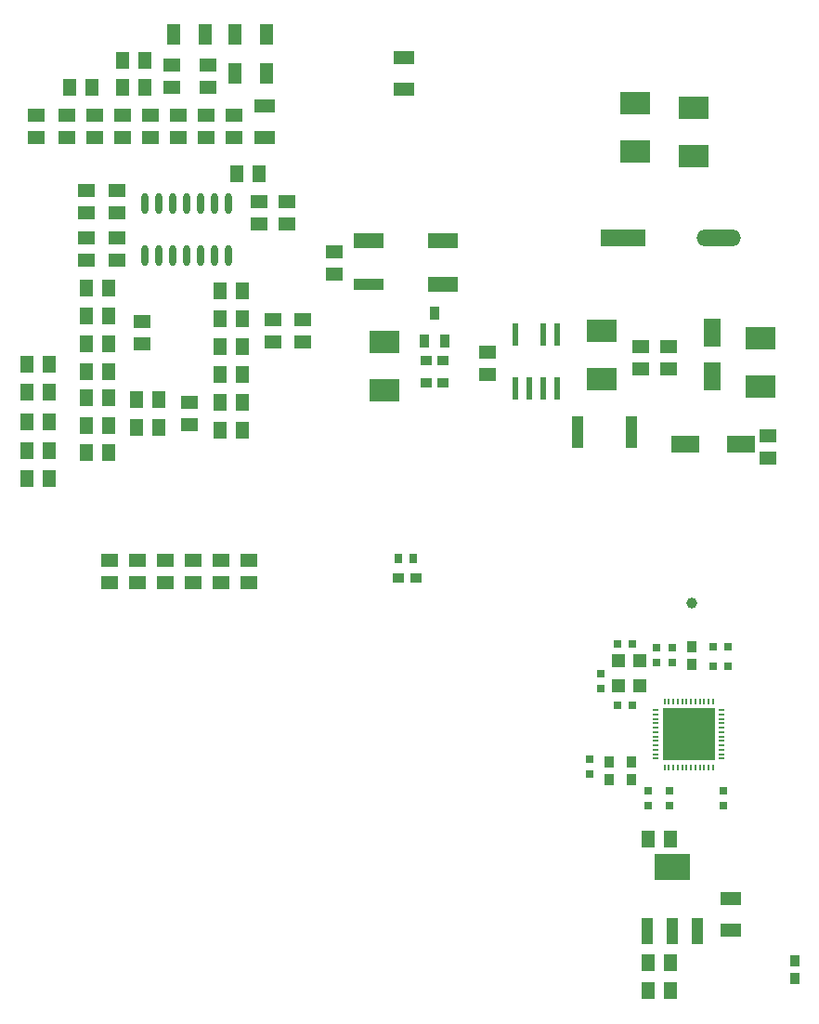
<source format=gtp>
G04 Layer_Color=8421504*
%FSLAX44Y44*%
%MOMM*%
G71*
G01*
G75*
%ADD10R,2.7500X1.4000*%
%ADD11R,2.7500X1.0000*%
%ADD12R,1.6002X1.2700*%
%ADD13R,1.5000X2.5000*%
%ADD14R,1.0000X3.0000*%
%ADD15R,2.5000X1.5000*%
%ADD16R,2.7430X2.1590*%
%ADD17R,1.2700X1.6002*%
%ADD18R,0.6000X2.0000*%
%ADD19R,1.8500X1.3000*%
%ADD20R,1.3000X1.8500*%
%ADD21R,1.0000X0.9500*%
%ADD22R,0.8500X1.2000*%
%ADD23O,4.0640X1.5000*%
%ADD24R,4.0640X1.5000*%
%ADD25O,0.6000X1.9000*%
%ADD32R,0.8000X0.7500*%
%ADD33R,4.7000X4.7000*%
%ADD34O,0.6500X0.2000*%
%ADD35O,0.2000X0.6500*%
%ADD36R,0.7500X0.8000*%
%ADD37R,0.9500X1.0000*%
%ADD38C,1.0000*%
%ADD39R,1.3000X1.3000*%
%ADD40R,0.7620X0.8128*%
%ADD41R,1.0000X2.4000*%
%ADD42R,3.3000X2.4000*%
D10*
X416720Y255640D02*
D03*
X484220D02*
D03*
Y215640D02*
D03*
D11*
X416720D02*
D03*
D12*
X385160Y225160D02*
D03*
Y245480D02*
D03*
X217520Y349620D02*
D03*
Y369940D02*
D03*
X329280Y162930D02*
D03*
Y183250D02*
D03*
X780130Y57520D02*
D03*
Y77840D02*
D03*
X253080Y88000D02*
D03*
Y108320D02*
D03*
X664560Y159120D02*
D03*
Y138800D02*
D03*
X524860Y154040D02*
D03*
Y133720D02*
D03*
X689960Y159120D02*
D03*
Y138800D02*
D03*
X209900Y161660D02*
D03*
Y181980D02*
D03*
X355950Y162930D02*
D03*
Y183250D02*
D03*
X159100Y237860D02*
D03*
Y258180D02*
D03*
X187040Y281040D02*
D03*
Y301360D02*
D03*
Y237860D02*
D03*
Y258180D02*
D03*
X113380Y349620D02*
D03*
Y369940D02*
D03*
X166720Y369940D02*
D03*
Y349620D02*
D03*
X141320Y349620D02*
D03*
Y369940D02*
D03*
X159100Y301360D02*
D03*
Y281040D02*
D03*
X192120Y349620D02*
D03*
Y369940D02*
D03*
X236570Y415660D02*
D03*
Y395340D02*
D03*
X269590Y415660D02*
D03*
Y395340D02*
D03*
X341980Y291200D02*
D03*
Y270880D02*
D03*
X293720Y369940D02*
D03*
Y349620D02*
D03*
X316580Y291200D02*
D03*
Y270880D02*
D03*
X268320Y369940D02*
D03*
Y349620D02*
D03*
X242920Y349620D02*
D03*
Y369940D02*
D03*
X180020Y-35560D02*
D03*
Y-55880D02*
D03*
X205420Y-55880D02*
D03*
Y-35560D02*
D03*
X230820Y-55880D02*
D03*
Y-35560D02*
D03*
X307020Y-35560D02*
D03*
Y-55880D02*
D03*
X281620D02*
D03*
Y-35560D02*
D03*
X256220Y-55880D02*
D03*
Y-35560D02*
D03*
D13*
X730000Y172000D02*
D03*
Y132000D02*
D03*
D14*
X656000Y81380D02*
D03*
X607000D02*
D03*
D15*
X705600Y70220D02*
D03*
X755600D02*
D03*
D16*
X712820Y376800D02*
D03*
Y332600D02*
D03*
X629000Y129400D02*
D03*
Y173600D02*
D03*
X773780Y166740D02*
D03*
Y122540D02*
D03*
X659480Y336920D02*
D03*
Y381120D02*
D03*
X430880Y119240D02*
D03*
Y163440D02*
D03*
D17*
X225140Y85460D02*
D03*
X204820D02*
D03*
X281020Y108320D02*
D03*
X301340D02*
D03*
X281020Y209920D02*
D03*
X301340D02*
D03*
Y159120D02*
D03*
X281020D02*
D03*
X301340Y133720D02*
D03*
X281020D02*
D03*
X281020Y184520D02*
D03*
X301340D02*
D03*
X301340Y82920D02*
D03*
X281020D02*
D03*
X179420Y62600D02*
D03*
X159100D02*
D03*
X204820Y110860D02*
D03*
X225140D02*
D03*
X124810Y63870D02*
D03*
X104490D02*
D03*
X124810Y90540D02*
D03*
X104490D02*
D03*
X124810Y117210D02*
D03*
X104490D02*
D03*
X159100Y161660D02*
D03*
X179420D02*
D03*
X179420Y187060D02*
D03*
X159100D02*
D03*
X124810Y142610D02*
D03*
X104490D02*
D03*
X159100Y136260D02*
D03*
X179420D02*
D03*
X124810Y38470D02*
D03*
X104490D02*
D03*
X179420Y86730D02*
D03*
X159100D02*
D03*
X179420Y112130D02*
D03*
X159100D02*
D03*
X192120Y395340D02*
D03*
X212440D02*
D03*
X164180D02*
D03*
X143860D02*
D03*
X179420Y212460D02*
D03*
X159100D02*
D03*
X296260Y316600D02*
D03*
X316580D02*
D03*
X192120Y419470D02*
D03*
X212440D02*
D03*
X691830Y-402590D02*
D03*
X671510D02*
D03*
X691830Y-289560D02*
D03*
X671510D02*
D03*
X691830Y-427990D02*
D03*
X671510D02*
D03*
D18*
X588360Y170020D02*
D03*
X575660D02*
D03*
X550260D02*
D03*
X588360Y121020D02*
D03*
X575660D02*
D03*
X562960D02*
D03*
X550260D02*
D03*
D19*
X448660Y393540D02*
D03*
Y422540D02*
D03*
X321660Y349620D02*
D03*
Y378620D02*
D03*
X746440Y-343640D02*
D03*
Y-372640D02*
D03*
D20*
X323460Y408040D02*
D03*
X294460D02*
D03*
X323460Y443600D02*
D03*
X294460D02*
D03*
X267580D02*
D03*
X238580D02*
D03*
D21*
X484600Y146420D02*
D03*
X468600D02*
D03*
X468600Y126100D02*
D03*
X484600D02*
D03*
X459800Y-52070D02*
D03*
X443800D02*
D03*
D22*
X467100Y164400D02*
D03*
X485998Y164454D02*
D03*
X476600Y189400D02*
D03*
D23*
X735680Y258180D02*
D03*
D24*
X648050D02*
D03*
D25*
X212440Y242300D02*
D03*
X225140D02*
D03*
X237840D02*
D03*
X250540D02*
D03*
X263240D02*
D03*
X275940D02*
D03*
X288640D02*
D03*
X212440Y289300D02*
D03*
X225140D02*
D03*
X237840D02*
D03*
X250540D02*
D03*
X263240D02*
D03*
X275940D02*
D03*
X288640D02*
D03*
D32*
X740090Y-245980D02*
D03*
Y-259480D02*
D03*
X693100Y-128670D02*
D03*
Y-115170D02*
D03*
X679130Y-128670D02*
D03*
Y-115170D02*
D03*
X690560Y-245980D02*
D03*
Y-259480D02*
D03*
X671510Y-245980D02*
D03*
Y-259480D02*
D03*
X628330Y-138900D02*
D03*
Y-152400D02*
D03*
X618170Y-230270D02*
D03*
Y-216770D02*
D03*
D33*
X708340Y-194310D02*
D03*
D34*
X678090Y-216310D02*
D03*
Y-212310D02*
D03*
Y-208310D02*
D03*
Y-204310D02*
D03*
Y-200310D02*
D03*
Y-196310D02*
D03*
Y-192310D02*
D03*
Y-188310D02*
D03*
Y-184310D02*
D03*
Y-180310D02*
D03*
Y-176310D02*
D03*
Y-172310D02*
D03*
X738590D02*
D03*
Y-176310D02*
D03*
Y-180310D02*
D03*
Y-184310D02*
D03*
Y-188310D02*
D03*
Y-192310D02*
D03*
Y-196310D02*
D03*
Y-200310D02*
D03*
Y-204310D02*
D03*
Y-208310D02*
D03*
Y-212310D02*
D03*
Y-216310D02*
D03*
D35*
X686340Y-164060D02*
D03*
X690340D02*
D03*
X694340D02*
D03*
X698340D02*
D03*
X702340D02*
D03*
X706340D02*
D03*
X710340D02*
D03*
X714340D02*
D03*
X718340D02*
D03*
X722340D02*
D03*
X726340D02*
D03*
X730340D02*
D03*
Y-224560D02*
D03*
X726340D02*
D03*
X722340D02*
D03*
X718340D02*
D03*
X714340D02*
D03*
X710340D02*
D03*
X706340D02*
D03*
X702340D02*
D03*
X698340D02*
D03*
X694340D02*
D03*
X690340D02*
D03*
X686340D02*
D03*
D36*
X744300Y-132080D02*
D03*
X730800D02*
D03*
Y-114300D02*
D03*
X744300D02*
D03*
X657070Y-167640D02*
D03*
X643570D02*
D03*
X643170Y-111760D02*
D03*
X656670D02*
D03*
D37*
X710880Y-114300D02*
D03*
Y-130300D02*
D03*
X656270Y-219330D02*
D03*
Y-235330D02*
D03*
X635950Y-235330D02*
D03*
Y-219330D02*
D03*
X804860Y-400940D02*
D03*
Y-416940D02*
D03*
D38*
X710880Y-74930D02*
D03*
D39*
X663580Y-149930D02*
D03*
Y-126930D02*
D03*
X643880Y-149930D02*
D03*
Y-126930D02*
D03*
D40*
X443545Y-34290D02*
D03*
X457515D02*
D03*
D41*
X670100Y-373170D02*
D03*
X693100Y-373170D02*
D03*
X716100Y-373170D02*
D03*
D42*
X693100Y-315170D02*
D03*
M02*

</source>
